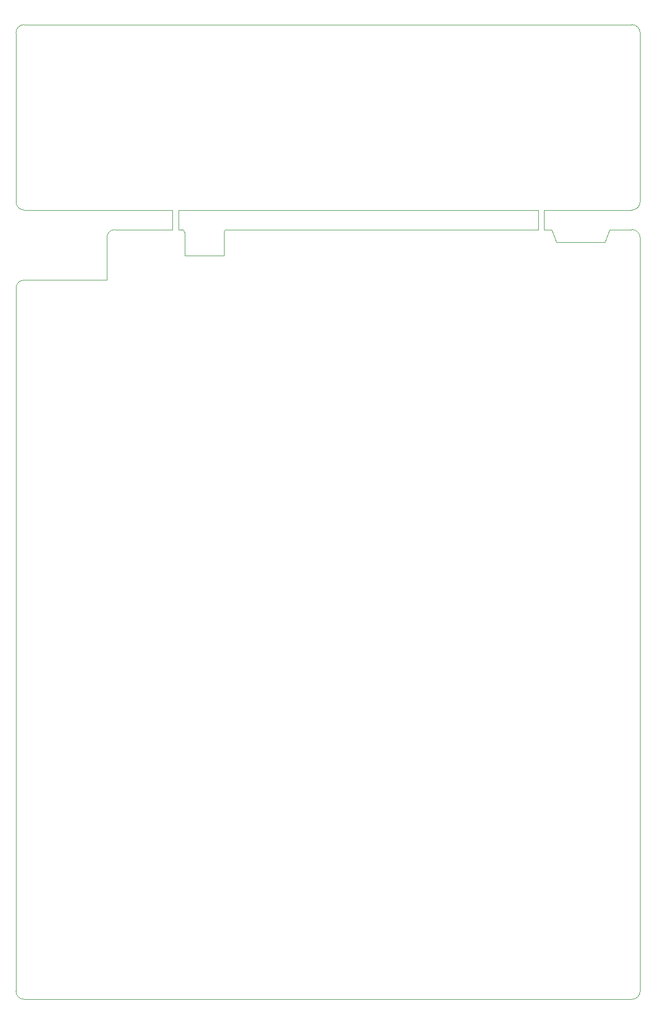
<source format=gm1>
G04 #@! TF.GenerationSoftware,KiCad,Pcbnew,(5.1.5)-3*
G04 #@! TF.CreationDate,2021-03-06T01:54:52+09:00*
G04 #@! TF.ProjectId,Getta25,47657474-6132-4352-9e6b-696361645f70,rev?*
G04 #@! TF.SameCoordinates,Original*
G04 #@! TF.FileFunction,Profile,NP*
%FSLAX46Y46*%
G04 Gerber Fmt 4.6, Leading zero omitted, Abs format (unit mm)*
G04 Created by KiCad (PCBNEW (5.1.5)-3) date 2021-03-06 01:54:52*
%MOMM*%
%LPD*%
G04 APERTURE LIST*
%ADD10C,0.100000*%
G04 APERTURE END LIST*
D10*
X50562500Y-10212500D02*
G75*
G02X51000000Y-10675000I-12500J-450000D01*
G01*
X57500000Y-10662500D02*
G75*
G02X57950000Y-10212500I450000J0D01*
G01*
X50000000Y-10212500D02*
X50562500Y-10212500D01*
X23343000Y-19840000D02*
G75*
G02X24683000Y-18500000I1340000J0D01*
G01*
X57500000Y-14500000D02*
X57500000Y-10662500D01*
X51000000Y-14500000D02*
X57500000Y-14500000D01*
X51000000Y-10675000D02*
X51000000Y-14500000D01*
X38250000Y-18500000D02*
X38250000Y-11552500D01*
X24683000Y-18500000D02*
X38250000Y-18500000D01*
X110000000Y-10212500D02*
X111250000Y-10212500D01*
X112000000Y-12250000D02*
X111250000Y-10212500D01*
X120000000Y-12250000D02*
X112000000Y-12250000D01*
X120750000Y-10212500D02*
X120000000Y-12250000D01*
X109000000Y-7000000D02*
X50000000Y-7000000D01*
X57950000Y-10212500D02*
X109000000Y-10212500D01*
X110000000Y-7000000D02*
X124397500Y-7000000D01*
X120750000Y-10212500D02*
X124397500Y-10212500D01*
X49000000Y-7000000D02*
X49000000Y-10212500D01*
X50000000Y-7000000D02*
X50000000Y-10212500D01*
X110000000Y-7000000D02*
X110000000Y-10212500D01*
X109000000Y-7000000D02*
X109000000Y-10212500D01*
X24683750Y-7000000D02*
G75*
G02X23343750Y-5660000I0J1340000D01*
G01*
X125737500Y-5660000D02*
G75*
G02X124397500Y-7000000I-1340000J0D01*
G01*
X125737500Y22047500D02*
X125737500Y-5650000D01*
X23343750Y-19840000D02*
X23343750Y-135078750D01*
X39590000Y-10212500D02*
X49000000Y-10212500D01*
X38250000Y-11552500D02*
G75*
G02X39590000Y-10212500I1340000J0D01*
G01*
X124397500Y-10212500D02*
G75*
G02X125737500Y-11552500I0J-1340000D01*
G01*
X24683750Y-7000000D02*
X49000000Y-7000000D01*
X125737500Y-11552500D02*
X125737500Y-135078750D01*
X24683750Y-136418750D02*
X124397500Y-136418750D01*
X23343750Y22047500D02*
X23343750Y-5650000D01*
X125737500Y-135078750D02*
G75*
G02X124397500Y-136418750I-1340000J0D01*
G01*
X24683750Y-136418750D02*
G75*
G02X23343750Y-135078750I0J1340000D01*
G01*
X124397500Y23387500D02*
G75*
G02X125737500Y22047500I0J-1340000D01*
G01*
X23343750Y22047500D02*
G75*
G02X24683750Y23387500I1340000J0D01*
G01*
X124397500Y23387500D02*
X24683750Y23387500D01*
M02*

</source>
